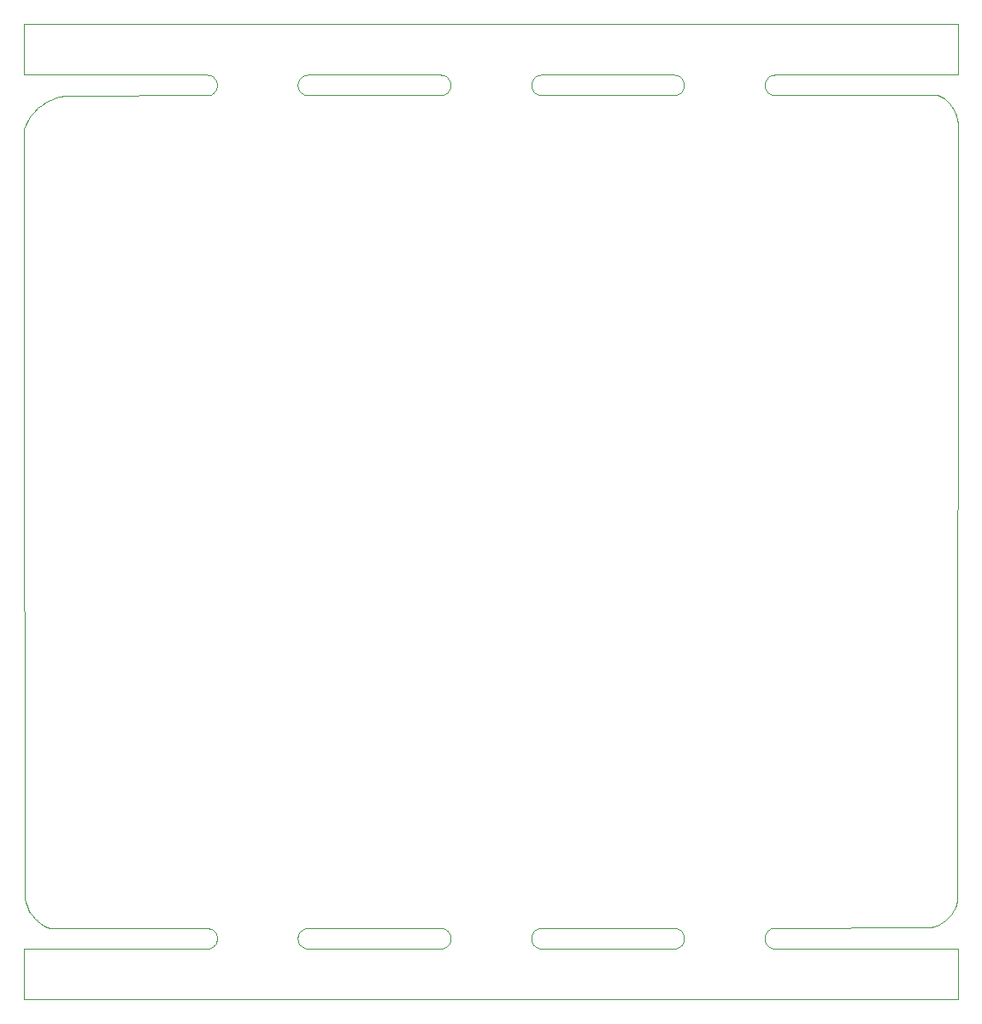
<source format=gbr>
G04 #@! TF.GenerationSoftware,KiCad,Pcbnew,5.1.5+dfsg1-2build2*
G04 #@! TF.CreationDate,2020-10-08T13:47:44+02:00*
G04 #@! TF.ProjectId,Logic_panel,4c6f6769-635f-4706-916e-656c2e6b6963,rev?*
G04 #@! TF.SameCoordinates,Original*
G04 #@! TF.FileFunction,Profile,NP*
%FSLAX46Y46*%
G04 Gerber Fmt 4.6, Leading zero omitted, Abs format (unit mm)*
G04 Created by KiCad (PCBNEW 5.1.5+dfsg1-2build2) date 2020-10-08 13:47:44*
%MOMM*%
%LPD*%
G04 APERTURE LIST*
G04 #@! TA.AperFunction,Profile*
%ADD10C,0.100000*%
G04 #@! TD*
G04 APERTURE END LIST*
D10*
X91272900Y-134473100D02*
X78123300Y-134473100D01*
X91370200Y-134468300D02*
X91272900Y-134473100D01*
X91466300Y-134454100D02*
X91370200Y-134468300D01*
X91560500Y-134430500D02*
X91466300Y-134454100D01*
X91652000Y-134397800D02*
X91560500Y-134430500D01*
X91739800Y-134356200D02*
X91652000Y-134397800D01*
X91823100Y-134306300D02*
X91739800Y-134356200D01*
X91901200Y-134248400D02*
X91823100Y-134306300D01*
X91973200Y-134183200D02*
X91901200Y-134248400D01*
X92038400Y-134111200D02*
X91973200Y-134183200D01*
X92096300Y-134033100D02*
X92038400Y-134111200D01*
X92146200Y-133949800D02*
X92096300Y-134033100D01*
X92187800Y-133862000D02*
X92146200Y-133949800D01*
X92220500Y-133770500D02*
X92187800Y-133862000D01*
X92244100Y-133676300D02*
X92220500Y-133770500D01*
X92258400Y-133580200D02*
X92244100Y-133676300D01*
X92263100Y-133482900D02*
X92258400Y-133580200D01*
X92263100Y-133434500D02*
X92263100Y-133482900D01*
X92258400Y-133337200D02*
X92263100Y-133434500D01*
X92244100Y-133241000D02*
X92258400Y-133337200D01*
X92220500Y-133146700D02*
X92244100Y-133241000D01*
X92187700Y-133055200D02*
X92220500Y-133146700D01*
X92146100Y-132967400D02*
X92187700Y-133055200D01*
X92096100Y-132884000D02*
X92146100Y-132967400D01*
X92038200Y-132805900D02*
X92096100Y-132884000D01*
X91972900Y-132733900D02*
X92038200Y-132805900D01*
X91900800Y-132668700D02*
X91972900Y-132733900D01*
X91822700Y-132610800D02*
X91900800Y-132668700D01*
X91739400Y-132560900D02*
X91822700Y-132610800D01*
X91651500Y-132519400D02*
X91739400Y-132560900D01*
X91559900Y-132486700D02*
X91651500Y-132519400D01*
X91465600Y-132463100D02*
X91559900Y-132486700D01*
X91369500Y-132449000D02*
X91465600Y-132463100D01*
X91272100Y-132444200D02*
X91369500Y-132449000D01*
X78122500Y-132454400D02*
X91272100Y-132444200D01*
X78025300Y-132459300D02*
X78122500Y-132454400D01*
X77929300Y-132473600D02*
X78025300Y-132459300D01*
X77835100Y-132497200D02*
X77929300Y-132473600D01*
X77743700Y-132530000D02*
X77835100Y-132497200D01*
X77655900Y-132571600D02*
X77743700Y-132530000D01*
X77572700Y-132621500D02*
X77655900Y-132571600D01*
X77494700Y-132679400D02*
X77572700Y-132621500D01*
X77422800Y-132744600D02*
X77494700Y-132679400D01*
X77357600Y-132816600D02*
X77422800Y-132744600D01*
X77299800Y-132894600D02*
X77357600Y-132816600D01*
X77249900Y-132977900D02*
X77299800Y-132894600D01*
X77208400Y-133065700D02*
X77249900Y-132977900D01*
X77175700Y-133157200D02*
X77208400Y-133065700D01*
X77152100Y-133251400D02*
X77175700Y-133157200D01*
X77137800Y-133347400D02*
X77152100Y-133251400D01*
X77133100Y-133444700D02*
X77137800Y-133347400D01*
X77133100Y-133482900D02*
X77133100Y-133444700D01*
X77137800Y-133580200D02*
X77133100Y-133482900D01*
X77152100Y-133676300D02*
X77137800Y-133580200D01*
X77175700Y-133770500D02*
X77152100Y-133676300D01*
X77208400Y-133862000D02*
X77175700Y-133770500D01*
X77250000Y-133949800D02*
X77208400Y-133862000D01*
X77299900Y-134033100D02*
X77250000Y-133949800D01*
X77357800Y-134111200D02*
X77299900Y-134033100D01*
X77423000Y-134183200D02*
X77357800Y-134111200D01*
X77495000Y-134248400D02*
X77423000Y-134183200D01*
X77573100Y-134306300D02*
X77495000Y-134248400D01*
X77656400Y-134356200D02*
X77573100Y-134306300D01*
X77744200Y-134397800D02*
X77656400Y-134356200D01*
X77835700Y-134430500D02*
X77744200Y-134397800D01*
X77929900Y-134454100D02*
X77835700Y-134430500D01*
X78026000Y-134468300D02*
X77929900Y-134454100D01*
X78123300Y-134473100D02*
X78026000Y-134468300D01*
X77133100Y-49035000D02*
X77133100Y-48990200D01*
X77137900Y-49132300D02*
X77133100Y-49035000D01*
X77152100Y-49228500D02*
X77137900Y-49132300D01*
X77175700Y-49322700D02*
X77152100Y-49228500D01*
X77208500Y-49414200D02*
X77175700Y-49322700D01*
X77250000Y-49502100D02*
X77208500Y-49414200D01*
X77300000Y-49585400D02*
X77250000Y-49502100D01*
X77357900Y-49663500D02*
X77300000Y-49585400D01*
X77423200Y-49735500D02*
X77357900Y-49663500D01*
X77495200Y-49800700D02*
X77423200Y-49735500D01*
X77573300Y-49858600D02*
X77495200Y-49800700D01*
X77656600Y-49908500D02*
X77573300Y-49858600D01*
X77744500Y-49950000D02*
X77656600Y-49908500D01*
X77836000Y-49982700D02*
X77744500Y-49950000D01*
X77930300Y-50006300D02*
X77836000Y-49982700D01*
X78026400Y-50020500D02*
X77930300Y-50006300D01*
X78123700Y-50025300D02*
X78026400Y-50020500D01*
X91273300Y-50019700D02*
X78123700Y-50025300D01*
X91370600Y-50014900D02*
X91273300Y-50019700D01*
X91466600Y-50000600D02*
X91370600Y-50014900D01*
X91560800Y-49977000D02*
X91466600Y-50000600D01*
X91652300Y-49944300D02*
X91560800Y-49977000D01*
X91740100Y-49902700D02*
X91652300Y-49944300D01*
X91823400Y-49852700D02*
X91740100Y-49902700D01*
X91901400Y-49794900D02*
X91823400Y-49852700D01*
X91973300Y-49729600D02*
X91901400Y-49794900D01*
X92038500Y-49657600D02*
X91973300Y-49729600D01*
X92096400Y-49579600D02*
X92038500Y-49657600D01*
X92146300Y-49496300D02*
X92096400Y-49579600D01*
X92187800Y-49408500D02*
X92146300Y-49496300D01*
X92220500Y-49317100D02*
X92187800Y-49408500D01*
X92244100Y-49222800D02*
X92220500Y-49317100D01*
X92258400Y-49126800D02*
X92244100Y-49222800D01*
X92263100Y-49029500D02*
X92258400Y-49126800D01*
X92263100Y-48990200D02*
X92263100Y-49029500D01*
X92258400Y-48893000D02*
X92263100Y-48990200D01*
X92244100Y-48796900D02*
X92258400Y-48893000D01*
X92220500Y-48702600D02*
X92244100Y-48796900D01*
X92187800Y-48611100D02*
X92220500Y-48702600D01*
X92146200Y-48523300D02*
X92187800Y-48611100D01*
X92096300Y-48440000D02*
X92146200Y-48523300D01*
X92038400Y-48362000D02*
X92096300Y-48440000D01*
X91973200Y-48290000D02*
X92038400Y-48362000D01*
X91901200Y-48224700D02*
X91973200Y-48290000D01*
X91823100Y-48166900D02*
X91901200Y-48224700D01*
X91739800Y-48116900D02*
X91823100Y-48166900D01*
X91652000Y-48075400D02*
X91739800Y-48116900D01*
X91560500Y-48042600D02*
X91652000Y-48075400D01*
X91466300Y-48019000D02*
X91560500Y-48042600D01*
X91370200Y-48004800D02*
X91466300Y-48019000D01*
X91272900Y-48000000D02*
X91370200Y-48004800D01*
X78123300Y-48000000D02*
X91272900Y-48000000D01*
X78026000Y-48004800D02*
X78123300Y-48000000D01*
X77929900Y-48019000D02*
X78026000Y-48004800D01*
X77835700Y-48042600D02*
X77929900Y-48019000D01*
X77744200Y-48075400D02*
X77835700Y-48042600D01*
X77656400Y-48116900D02*
X77744200Y-48075400D01*
X77573100Y-48166900D02*
X77656400Y-48116900D01*
X77495000Y-48224700D02*
X77573100Y-48166900D01*
X77423000Y-48290000D02*
X77495000Y-48224700D01*
X77357800Y-48362000D02*
X77423000Y-48290000D01*
X77299900Y-48440000D02*
X77357800Y-48362000D01*
X77250000Y-48523300D02*
X77299900Y-48440000D01*
X77208400Y-48611100D02*
X77250000Y-48523300D01*
X77175700Y-48702600D02*
X77208400Y-48611100D01*
X77152100Y-48796900D02*
X77175700Y-48702600D01*
X77137800Y-48893000D02*
X77152100Y-48796900D01*
X77133100Y-48990200D02*
X77137800Y-48893000D01*
X114405000Y-134473100D02*
X101255400Y-134473100D01*
X114502200Y-134468300D02*
X114405000Y-134473100D01*
X114598300Y-134454100D02*
X114502200Y-134468300D01*
X114692600Y-134430500D02*
X114598300Y-134454100D01*
X114784100Y-134397800D02*
X114692600Y-134430500D01*
X114871900Y-134356200D02*
X114784100Y-134397800D01*
X114955200Y-134306300D02*
X114871900Y-134356200D01*
X115033200Y-134248400D02*
X114955200Y-134306300D01*
X115105200Y-134183200D02*
X115033200Y-134248400D01*
X115170500Y-134111200D02*
X115105200Y-134183200D01*
X115228400Y-134033100D02*
X115170500Y-134111200D01*
X115278300Y-133949800D02*
X115228400Y-134033100D01*
X115319800Y-133862000D02*
X115278300Y-133949800D01*
X115352600Y-133770500D02*
X115319800Y-133862000D01*
X115376200Y-133676300D02*
X115352600Y-133770500D01*
X115390400Y-133580200D02*
X115376200Y-133676300D01*
X115395200Y-133482900D02*
X115390400Y-133580200D01*
X115395200Y-133416600D02*
X115395200Y-133482900D01*
X115390400Y-133319300D02*
X115395200Y-133416600D01*
X115376200Y-133223100D02*
X115390400Y-133319300D01*
X115352500Y-133128900D02*
X115376200Y-133223100D01*
X115319800Y-133037300D02*
X115352500Y-133128900D01*
X115278200Y-132949500D02*
X115319800Y-133037300D01*
X115228200Y-132866100D02*
X115278200Y-132949500D01*
X115170300Y-132788100D02*
X115228200Y-132866100D01*
X115105000Y-132716100D02*
X115170300Y-132788100D01*
X115032900Y-132650800D02*
X115105000Y-132716100D01*
X114954800Y-132593000D02*
X115032900Y-132650800D01*
X114871400Y-132543000D02*
X114954800Y-132593000D01*
X114783500Y-132501500D02*
X114871400Y-132543000D01*
X114692000Y-132468800D02*
X114783500Y-132501500D01*
X114597700Y-132445300D02*
X114692000Y-132468800D01*
X114501500Y-132431100D02*
X114597700Y-132445300D01*
X114404200Y-132426400D02*
X114501500Y-132431100D01*
X101254600Y-132436500D02*
X114404200Y-132426400D01*
X101157400Y-132441400D02*
X101254600Y-132436500D01*
X101061300Y-132455700D02*
X101157400Y-132441400D01*
X100967200Y-132479400D02*
X101061300Y-132455700D01*
X100875800Y-132512100D02*
X100967200Y-132479400D01*
X100788000Y-132553700D02*
X100875800Y-132512100D01*
X100704700Y-132603700D02*
X100788000Y-132553700D01*
X100626800Y-132661500D02*
X100704700Y-132603700D01*
X100554800Y-132726800D02*
X100626800Y-132661500D01*
X100489700Y-132798700D02*
X100554800Y-132726800D01*
X100431800Y-132876800D02*
X100489700Y-132798700D01*
X100381900Y-132960100D02*
X100431800Y-132876800D01*
X100340400Y-133047900D02*
X100381900Y-132960100D01*
X100307700Y-133139300D02*
X100340400Y-133047900D01*
X100284200Y-133233500D02*
X100307700Y-133139300D01*
X100269900Y-133329500D02*
X100284200Y-133233500D01*
X100265100Y-133426800D02*
X100269900Y-133329500D01*
X100265100Y-133482900D02*
X100265100Y-133426800D01*
X100269900Y-133580200D02*
X100265100Y-133482900D01*
X100284200Y-133676300D02*
X100269900Y-133580200D01*
X100307800Y-133770500D02*
X100284200Y-133676300D01*
X100340500Y-133862000D02*
X100307800Y-133770500D01*
X100382000Y-133949800D02*
X100340500Y-133862000D01*
X100432000Y-134033100D02*
X100382000Y-133949800D01*
X100489900Y-134111200D02*
X100432000Y-134033100D01*
X100555100Y-134183200D02*
X100489900Y-134111200D01*
X100627100Y-134248400D02*
X100555100Y-134183200D01*
X100705100Y-134306300D02*
X100627100Y-134248400D01*
X100788500Y-134356200D02*
X100705100Y-134306300D01*
X100876300Y-134397800D02*
X100788500Y-134356200D01*
X100967800Y-134430500D02*
X100876300Y-134397800D01*
X101062000Y-134454100D02*
X100967800Y-134430500D01*
X101158100Y-134468300D02*
X101062000Y-134454100D01*
X101255400Y-134473100D02*
X101158100Y-134468300D01*
X100265100Y-49025300D02*
X100265100Y-48990200D01*
X100269900Y-49122600D02*
X100265100Y-49025300D01*
X100284200Y-49218700D02*
X100269900Y-49122600D01*
X100307800Y-49313000D02*
X100284200Y-49218700D01*
X100340500Y-49404500D02*
X100307800Y-49313000D01*
X100382100Y-49492300D02*
X100340500Y-49404500D01*
X100432100Y-49575700D02*
X100382100Y-49492300D01*
X100490000Y-49653700D02*
X100432100Y-49575700D01*
X100555300Y-49725700D02*
X100490000Y-49653700D01*
X100627300Y-49791000D02*
X100555300Y-49725700D01*
X100705300Y-49848800D02*
X100627300Y-49791000D01*
X100788700Y-49898800D02*
X100705300Y-49848800D01*
X100876600Y-49940300D02*
X100788700Y-49898800D01*
X100968100Y-49973000D02*
X100876600Y-49940300D01*
X101062400Y-49996600D02*
X100968100Y-49973000D01*
X101158500Y-50010800D02*
X101062400Y-49996600D01*
X101255800Y-50015500D02*
X101158500Y-50010800D01*
X114405400Y-50010000D02*
X101255800Y-50015500D01*
X114502600Y-50005200D02*
X114405400Y-50010000D01*
X114598700Y-49990900D02*
X114502600Y-50005200D01*
X114692900Y-49967300D02*
X114598700Y-49990900D01*
X114784300Y-49934500D02*
X114692900Y-49967300D01*
X114872100Y-49893000D02*
X114784300Y-49934500D01*
X114955400Y-49843000D02*
X114872100Y-49893000D01*
X115033400Y-49785100D02*
X114955400Y-49843000D01*
X115105400Y-49719900D02*
X115033400Y-49785100D01*
X115170600Y-49647900D02*
X115105400Y-49719900D01*
X115228400Y-49569900D02*
X115170600Y-49647900D01*
X115278400Y-49486600D02*
X115228400Y-49569900D01*
X115319900Y-49398800D02*
X115278400Y-49486600D01*
X115352600Y-49307300D02*
X115319900Y-49398800D01*
X115376200Y-49213100D02*
X115352600Y-49307300D01*
X115390400Y-49117000D02*
X115376200Y-49213100D01*
X115395200Y-49019800D02*
X115390400Y-49117000D01*
X115395200Y-48990200D02*
X115395200Y-49019800D01*
X115390400Y-48893000D02*
X115395200Y-48990200D01*
X115376200Y-48796900D02*
X115390400Y-48893000D01*
X115352600Y-48702600D02*
X115376200Y-48796900D01*
X115319800Y-48611100D02*
X115352600Y-48702600D01*
X115278300Y-48523300D02*
X115319800Y-48611100D01*
X115228400Y-48440000D02*
X115278300Y-48523300D01*
X115170500Y-48362000D02*
X115228400Y-48440000D01*
X115105200Y-48290000D02*
X115170500Y-48362000D01*
X115033200Y-48224700D02*
X115105200Y-48290000D01*
X114955200Y-48166900D02*
X115033200Y-48224700D01*
X114871900Y-48116900D02*
X114955200Y-48166900D01*
X114784100Y-48075400D02*
X114871900Y-48116900D01*
X114692600Y-48042600D02*
X114784100Y-48075400D01*
X114598300Y-48019000D02*
X114692600Y-48042600D01*
X114502200Y-48004800D02*
X114598300Y-48019000D01*
X114405000Y-48000000D02*
X114502200Y-48004800D01*
X101255400Y-48000000D02*
X114405000Y-48000000D01*
X101158100Y-48004800D02*
X101255400Y-48000000D01*
X101062000Y-48019000D02*
X101158100Y-48004800D01*
X100967800Y-48042600D02*
X101062000Y-48019000D01*
X100876300Y-48075400D02*
X100967800Y-48042600D01*
X100788500Y-48116900D02*
X100876300Y-48075400D01*
X100705100Y-48166900D02*
X100788500Y-48116900D01*
X100627100Y-48224700D02*
X100705100Y-48166900D01*
X100555100Y-48290000D02*
X100627100Y-48224700D01*
X100489900Y-48362000D02*
X100555100Y-48290000D01*
X100432000Y-48440000D02*
X100489900Y-48362000D01*
X100382000Y-48523300D02*
X100432000Y-48440000D01*
X100340500Y-48611100D02*
X100382000Y-48523300D01*
X100307800Y-48702600D02*
X100340500Y-48611100D01*
X100284200Y-48796900D02*
X100307800Y-48702600D01*
X100269900Y-48893000D02*
X100284200Y-48796900D01*
X100265100Y-48990200D02*
X100269900Y-48893000D01*
X50000100Y-53383700D02*
X49999100Y-53394700D01*
X50003500Y-53372000D02*
X50000100Y-53383700D01*
X50183600Y-52913800D02*
X50003500Y-53372000D01*
X50409100Y-52476600D02*
X50183600Y-52913800D01*
X50422100Y-52454300D02*
X50409100Y-52476600D01*
X50691700Y-52043300D02*
X50422100Y-52454300D01*
X51001900Y-51661500D02*
X50691700Y-52043300D01*
X51019200Y-51642300D02*
X51001900Y-51661500D01*
X51367200Y-51295200D02*
X51019200Y-51642300D01*
X51759400Y-50976800D02*
X51367200Y-51295200D01*
X52170600Y-50707800D02*
X51759400Y-50976800D01*
X52193000Y-50694700D02*
X52170600Y-50707800D01*
X52630000Y-50469900D02*
X52193000Y-50694700D01*
X53088100Y-50290400D02*
X52630000Y-50469900D01*
X53112600Y-50282200D02*
X53088100Y-50290400D01*
X53586400Y-50151600D02*
X53112600Y-50282200D01*
X54084600Y-50067700D02*
X53586400Y-50151600D01*
X54595700Y-50035200D02*
X54084600Y-50067700D01*
X68141200Y-50029500D02*
X54595700Y-50035200D01*
X68238500Y-50024700D02*
X68141200Y-50029500D01*
X68334600Y-50010400D02*
X68238500Y-50024700D01*
X68428800Y-49986800D02*
X68334600Y-50010400D01*
X68520200Y-49954000D02*
X68428800Y-49986800D01*
X68608000Y-49912400D02*
X68520200Y-49954000D01*
X68691300Y-49862500D02*
X68608000Y-49912400D01*
X68769300Y-49804600D02*
X68691300Y-49862500D01*
X68841200Y-49739400D02*
X68769300Y-49804600D01*
X68906500Y-49667400D02*
X68841200Y-49739400D01*
X68964300Y-49589400D02*
X68906500Y-49667400D01*
X69014200Y-49506100D02*
X68964300Y-49589400D01*
X69055700Y-49418200D02*
X69014200Y-49506100D01*
X69088500Y-49326800D02*
X69055700Y-49418200D01*
X69112000Y-49232600D02*
X69088500Y-49326800D01*
X69126300Y-49136500D02*
X69112000Y-49232600D01*
X69131100Y-49039200D02*
X69126300Y-49136500D01*
X69131100Y-48990200D02*
X69131100Y-49039200D01*
X69126300Y-48893000D02*
X69131100Y-48990200D01*
X69112000Y-48796900D02*
X69126300Y-48893000D01*
X69088400Y-48702600D02*
X69112000Y-48796900D01*
X69055700Y-48611100D02*
X69088400Y-48702600D01*
X69014200Y-48523300D02*
X69055700Y-48611100D01*
X68964200Y-48440000D02*
X69014200Y-48523300D01*
X68906300Y-48362000D02*
X68964200Y-48440000D01*
X68841100Y-48290000D02*
X68906300Y-48362000D01*
X68769100Y-48224700D02*
X68841100Y-48290000D01*
X68691100Y-48166900D02*
X68769100Y-48224700D01*
X68607700Y-48116900D02*
X68691100Y-48166900D01*
X68519900Y-48075400D02*
X68607700Y-48116900D01*
X68428400Y-48042600D02*
X68519900Y-48075400D01*
X68334200Y-48019000D02*
X68428400Y-48042600D01*
X68238100Y-48004800D02*
X68334200Y-48019000D01*
X68140800Y-48000000D02*
X68238100Y-48004800D01*
X50023500Y-48000000D02*
X68140800Y-48000000D01*
X50006300Y-47998700D02*
X50023500Y-48000000D01*
X50000300Y-47992700D02*
X50006300Y-47998700D01*
X49999000Y-47975500D02*
X50000300Y-47992700D01*
X49999000Y-43023500D02*
X49999000Y-47975500D01*
X50000300Y-43006300D02*
X49999000Y-43023500D01*
X50003700Y-43001600D02*
X50000300Y-43006300D01*
X50008200Y-42999800D02*
X50003700Y-43001600D01*
X142504400Y-42999000D02*
X50008200Y-42999800D01*
X142519700Y-42999800D02*
X142504400Y-42999000D01*
X142524900Y-43002300D02*
X142519700Y-42999800D01*
X142528100Y-43008200D02*
X142524900Y-43002300D01*
X142528900Y-43023500D02*
X142528100Y-43008200D01*
X142528900Y-47975500D02*
X142528900Y-43023500D01*
X142527600Y-47992700D02*
X142528900Y-47975500D01*
X142521600Y-47998700D02*
X142527600Y-47992700D01*
X142504400Y-48000000D02*
X142521600Y-47998700D01*
X124387500Y-48000000D02*
X142504400Y-48000000D01*
X124290200Y-48004800D02*
X124387500Y-48000000D01*
X124194100Y-48019000D02*
X124290200Y-48004800D01*
X124099800Y-48042600D02*
X124194100Y-48019000D01*
X124008400Y-48075400D02*
X124099800Y-48042600D01*
X123920500Y-48116900D02*
X124008400Y-48075400D01*
X123837200Y-48166900D02*
X123920500Y-48116900D01*
X123759200Y-48224700D02*
X123837200Y-48166900D01*
X123687200Y-48290000D02*
X123759200Y-48224700D01*
X123621900Y-48362000D02*
X123687200Y-48290000D01*
X123564100Y-48440000D02*
X123621900Y-48362000D01*
X123514100Y-48523300D02*
X123564100Y-48440000D01*
X123472600Y-48611100D02*
X123514100Y-48523300D01*
X123439800Y-48702600D02*
X123472600Y-48611100D01*
X123416200Y-48796900D02*
X123439800Y-48702600D01*
X123402000Y-48893000D02*
X123416200Y-48796900D01*
X123397200Y-48990200D02*
X123402000Y-48893000D01*
X123402000Y-49112900D02*
X123397200Y-48990200D01*
X123416300Y-49209000D02*
X123402000Y-49112900D01*
X123439900Y-49303300D02*
X123416300Y-49209000D01*
X123472600Y-49394800D02*
X123439900Y-49303300D01*
X123514200Y-49482600D02*
X123472600Y-49394800D01*
X123564100Y-49565900D02*
X123514200Y-49482600D01*
X123622100Y-49644000D02*
X123564100Y-49565900D01*
X123687300Y-49716000D02*
X123622100Y-49644000D01*
X123759300Y-49781200D02*
X123687300Y-49716000D01*
X123837400Y-49839100D02*
X123759300Y-49781200D01*
X123920800Y-49889000D02*
X123837400Y-49839100D01*
X124008600Y-49930600D02*
X123920800Y-49889000D01*
X124100200Y-49963300D02*
X124008600Y-49930600D01*
X124194400Y-49986800D02*
X124100200Y-49963300D01*
X124290600Y-50001100D02*
X124194400Y-49986800D01*
X124387900Y-50005800D02*
X124290600Y-50001100D01*
X140522700Y-49999000D02*
X124387900Y-50005800D01*
X140534400Y-50000100D02*
X140522700Y-49999000D01*
X140546200Y-50004700D02*
X140534400Y-50000100D01*
X140852400Y-50162100D02*
X140546200Y-50004700D01*
X141151400Y-50357800D02*
X140852400Y-50162100D01*
X141427500Y-50583700D02*
X141151400Y-50357800D01*
X141668900Y-50827600D02*
X141427500Y-50583700D01*
X141686600Y-50847500D02*
X141668900Y-50827600D01*
X141892500Y-51105600D02*
X141686600Y-50847500D01*
X141908000Y-51127200D02*
X141892500Y-51105600D01*
X142092200Y-51416900D02*
X141908000Y-51127200D01*
X142245600Y-51724400D02*
X142092200Y-51416900D01*
X142256200Y-51748800D02*
X142245600Y-51724400D01*
X142375500Y-52070700D02*
X142256200Y-51748800D01*
X142460900Y-52403900D02*
X142375500Y-52070700D01*
X142466000Y-52429700D02*
X142460900Y-52403900D01*
X142514900Y-52769500D02*
X142466000Y-52429700D01*
X142528900Y-53131000D02*
X142514900Y-52769500D01*
X142493200Y-129458000D02*
X142528900Y-53131000D01*
X142491800Y-129477000D02*
X142493200Y-129458000D01*
X142445300Y-129786200D02*
X142491800Y-129477000D01*
X142366800Y-130097800D02*
X142445300Y-129786200D01*
X142262200Y-130389300D02*
X142366800Y-130097800D01*
X142252700Y-130412200D02*
X142262200Y-130389300D01*
X142119400Y-130691300D02*
X142252700Y-130412200D01*
X141959700Y-130956600D02*
X142119400Y-130691300D01*
X141945800Y-130977200D02*
X141959700Y-130956600D01*
X141760100Y-131225100D02*
X141945800Y-130977200D01*
X141543300Y-131462400D02*
X141760100Y-131225100D01*
X141313000Y-131669500D02*
X141543300Y-131462400D01*
X141293700Y-131685100D02*
X141313000Y-131669500D01*
X141043700Y-131868000D02*
X141293700Y-131685100D01*
X140767100Y-132031600D02*
X141043700Y-131868000D01*
X140486400Y-132162400D02*
X140767100Y-132031600D01*
X140463400Y-132171800D02*
X140486400Y-132162400D01*
X140170900Y-132273700D02*
X140463400Y-132171800D01*
X139858500Y-132349400D02*
X140170900Y-132273700D01*
X139539300Y-132394000D02*
X139858500Y-132349400D01*
X139213000Y-132407200D02*
X139539300Y-132394000D01*
X124386700Y-132418700D02*
X139213000Y-132407200D01*
X124289500Y-132423500D02*
X124386700Y-132418700D01*
X124193400Y-132437800D02*
X124289500Y-132423500D01*
X124099200Y-132461500D02*
X124193400Y-132437800D01*
X124007800Y-132494200D02*
X124099200Y-132461500D01*
X123920100Y-132535800D02*
X124007800Y-132494200D01*
X123836800Y-132585800D02*
X123920100Y-132535800D01*
X123758800Y-132643700D02*
X123836800Y-132585800D01*
X123686900Y-132708900D02*
X123758800Y-132643700D01*
X123621700Y-132780900D02*
X123686900Y-132708900D01*
X123563900Y-132858900D02*
X123621700Y-132780900D01*
X123514000Y-132942200D02*
X123563900Y-132858900D01*
X123472500Y-133030000D02*
X123514000Y-132942200D01*
X123439800Y-133121400D02*
X123472500Y-133030000D01*
X123416200Y-133215600D02*
X123439800Y-133121400D01*
X123402000Y-133311700D02*
X123416200Y-133215600D01*
X123397200Y-133408900D02*
X123402000Y-133311700D01*
X123397200Y-133482900D02*
X123397200Y-133408900D01*
X123402000Y-133580200D02*
X123397200Y-133482900D01*
X123416200Y-133676300D02*
X123402000Y-133580200D01*
X123439800Y-133770500D02*
X123416200Y-133676300D01*
X123472600Y-133862000D02*
X123439800Y-133770500D01*
X123514100Y-133949800D02*
X123472600Y-133862000D01*
X123564100Y-134033100D02*
X123514100Y-133949800D01*
X123621900Y-134111200D02*
X123564100Y-134033100D01*
X123687200Y-134183200D02*
X123621900Y-134111200D01*
X123759200Y-134248400D02*
X123687200Y-134183200D01*
X123837200Y-134306300D02*
X123759200Y-134248400D01*
X123920500Y-134356200D02*
X123837200Y-134306300D01*
X124008400Y-134397800D02*
X123920500Y-134356200D01*
X124099800Y-134430500D02*
X124008400Y-134397800D01*
X124194100Y-134454100D02*
X124099800Y-134430500D01*
X124290200Y-134468300D02*
X124194100Y-134454100D01*
X124387500Y-134473100D02*
X124290200Y-134468300D01*
X142504400Y-134473100D02*
X124387500Y-134473100D01*
X142521600Y-134474400D02*
X142504400Y-134473100D01*
X142527600Y-134480400D02*
X142521600Y-134474400D01*
X142528900Y-134497700D02*
X142527600Y-134480400D01*
X142528900Y-139449600D02*
X142528900Y-134497700D01*
X142528100Y-139464900D02*
X142528900Y-139449600D01*
X142525600Y-139470200D02*
X142528100Y-139464900D01*
X142519700Y-139473300D02*
X142525600Y-139470200D01*
X142504400Y-139474100D02*
X142519700Y-139473300D01*
X50023500Y-139474100D02*
X142504400Y-139474100D01*
X50008200Y-139473300D02*
X50023500Y-139474100D01*
X50003000Y-139470900D02*
X50008200Y-139473300D01*
X49999800Y-139464900D02*
X50003000Y-139470900D01*
X49999000Y-139449600D02*
X49999800Y-139464900D01*
X49999000Y-134497700D02*
X49999000Y-139449600D01*
X50000300Y-134480400D02*
X49999000Y-134497700D01*
X50006300Y-134474400D02*
X50000300Y-134480400D01*
X50023500Y-134473100D02*
X50006300Y-134474400D01*
X68140800Y-134473100D02*
X50023500Y-134473100D01*
X68238100Y-134468300D02*
X68140800Y-134473100D01*
X68334200Y-134454100D02*
X68238100Y-134468300D01*
X68428400Y-134430500D02*
X68334200Y-134454100D01*
X68519900Y-134397800D02*
X68428400Y-134430500D01*
X68607700Y-134356200D02*
X68519900Y-134397800D01*
X68691100Y-134306300D02*
X68607700Y-134356200D01*
X68769100Y-134248400D02*
X68691100Y-134306300D01*
X68841100Y-134183200D02*
X68769100Y-134248400D01*
X68906300Y-134111200D02*
X68841100Y-134183200D01*
X68964200Y-134033100D02*
X68906300Y-134111200D01*
X69014200Y-133949800D02*
X68964200Y-134033100D01*
X69055700Y-133862000D02*
X69014200Y-133949800D01*
X69088400Y-133770500D02*
X69055700Y-133862000D01*
X69112000Y-133676300D02*
X69088400Y-133770500D01*
X69126300Y-133580200D02*
X69112000Y-133676300D01*
X69131100Y-133482900D02*
X69126300Y-133580200D01*
X69131100Y-133452400D02*
X69131100Y-133482900D01*
X69126300Y-133355000D02*
X69131100Y-133452400D01*
X69112000Y-133258900D02*
X69126300Y-133355000D01*
X69088400Y-133164600D02*
X69112000Y-133258900D01*
X69055600Y-133073100D02*
X69088400Y-133164600D01*
X69014000Y-132985200D02*
X69055600Y-133073100D01*
X68964100Y-132901900D02*
X69014000Y-132985200D01*
X68906100Y-132823800D02*
X68964100Y-132901900D01*
X68840800Y-132751800D02*
X68906100Y-132823800D01*
X68768800Y-132686600D02*
X68840800Y-132751800D01*
X68690700Y-132628700D02*
X68768800Y-132686600D01*
X68607300Y-132578800D02*
X68690700Y-132628700D01*
X68519400Y-132537300D02*
X68607300Y-132578800D01*
X68427900Y-132504600D02*
X68519400Y-132537300D01*
X68333500Y-132481000D02*
X68427900Y-132504600D01*
X68237400Y-132466800D02*
X68333500Y-132481000D01*
X68140100Y-132462100D02*
X68237400Y-132466800D01*
X52620900Y-132474100D02*
X68140100Y-132462100D01*
X52609000Y-132473000D02*
X52620900Y-132474100D01*
X52597400Y-132469700D02*
X52609000Y-132473000D01*
X52263800Y-132339900D02*
X52597400Y-132469700D01*
X51945600Y-132178400D02*
X52263800Y-132339900D01*
X51923800Y-132165800D02*
X51945600Y-132178400D01*
X51623600Y-131972700D02*
X51923800Y-132165800D01*
X51343700Y-131750600D02*
X51623600Y-131972700D01*
X51324700Y-131734000D02*
X51343700Y-131750600D01*
X51069200Y-131484900D02*
X51324700Y-131734000D01*
X50839100Y-131211500D02*
X51069200Y-131484900D01*
X50823900Y-131191400D02*
X50839100Y-131211500D01*
X50623100Y-130896300D02*
X50823900Y-131191400D01*
X50452200Y-130582500D02*
X50623100Y-130896300D01*
X50441300Y-130559800D02*
X50452200Y-130582500D01*
X50303400Y-130230600D02*
X50441300Y-130559800D01*
X50195000Y-129876600D02*
X50303400Y-130230600D01*
X50122700Y-129514000D02*
X50195000Y-129876600D01*
X50088100Y-129158200D02*
X50122700Y-129514000D01*
X50086900Y-129134300D02*
X50088100Y-129158200D01*
X50016900Y-72496300D02*
X50086900Y-129134300D01*
X49999100Y-53394700D02*
X50016900Y-72496300D01*
M02*

</source>
